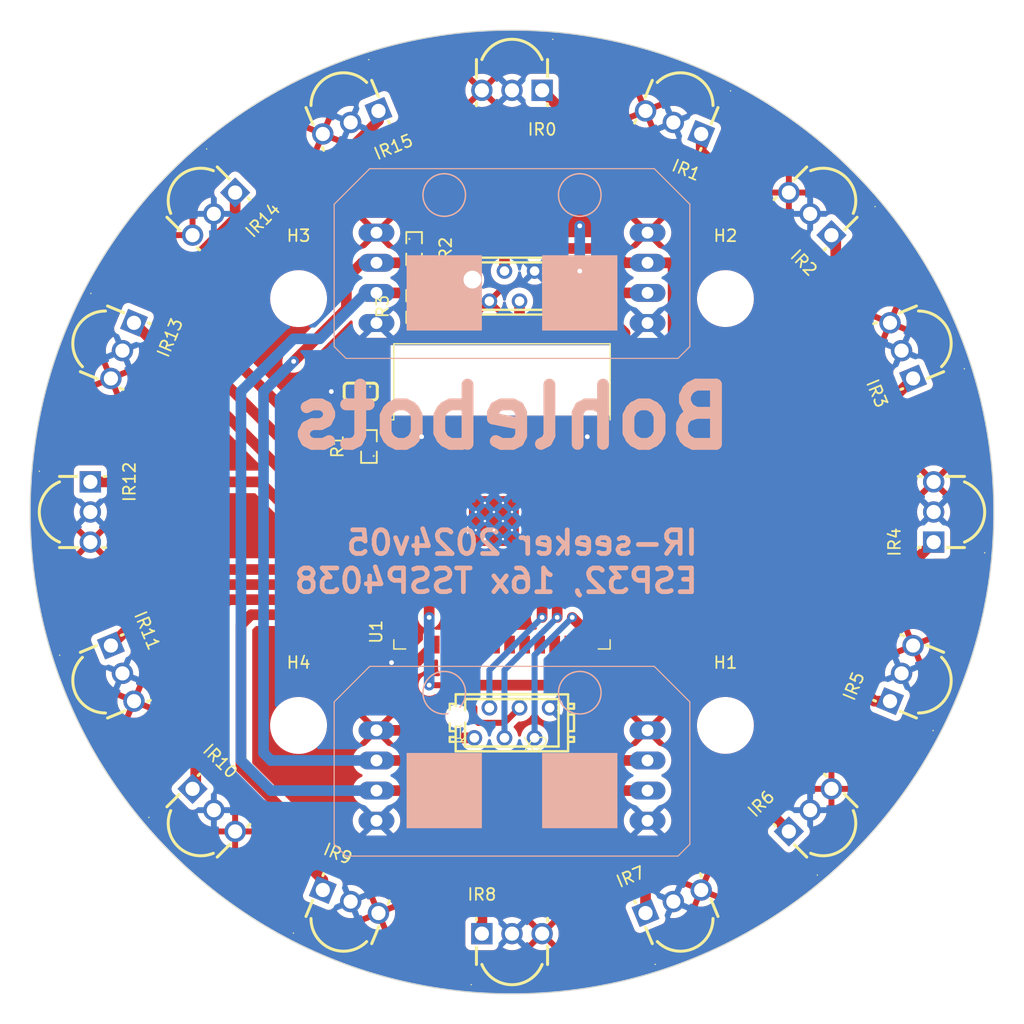
<source format=kicad_pcb>
(kicad_pcb (version 20221018) (generator pcbnew)
  (layers (0 "F.Cu" signal) (31 "B.Cu" signal) (34 "B.Paste" user) (35 "F.Paste" user) (36 "B.SilkS" user "B.Silkscreen") (37 "F.SilkS" user "F.Silkscreen") (38 "B.Mask" user) (39 "F.Mask" user) (44 "Edge.Cuts" user))
  (net 0 "")
  (net 13 "D1")
  (net 14 "GND")
  (net 15 "+3.3V")
  (net 16 "D2")
  (net 17 "D3")
  (net 18 "D4")
  (net 19 "D9")
  (net 20 "D10")
  (net 21 "D11")
  (net 22 "D12")
  (net 23 "D13")
  (net 24 "D14")
  (net 25 "D15")
  (net 26 "D16")
  (net 27 "D5")
  (net 28 "D6")
  (net 29 "D7")
  (net 30 "D8")
  (net 31 "EN")
  (net 32 "Boot")
  (net 33 "Data")
  (net 34 "RX")
  (net 35 "TX")
  (net 36 "Clock")
  (footprint "BohleBots:SENSOR-TH_TSSP40X_verschoben" (layer "F.Cu") (at 125.459232 124.948666 -45)
    (fp_text reference "IR10" (at 0 -3.299975 -45) (layer "F.SilkS"))
    (fp_text value "TSSP4038")
    (pad "1" thru_hole rect (at -0.000005 0 315) (size 1.8 1.8) (drill 1.199898) (layers "*.Cu" "*.Mask") (net 25 "D15"))
    (pad "2" thru_hole circle (at 2.54 0 315) (size 1.8 1.8) (drill 1.199898) (layers "*.Cu" "*.Mask") (net 14 "GND"))
    (pad "3" thru_hole circle (at 5.080005 0 315) (size 1.8 1.8) (drill 1.199898) (layers "*.Cu" "*.Mask") (net 15 "+3.3V"))
  )
  (footprint "BohleBots:SENSOR-TH_TSSP40X_verschoben" (layer "F.Cu") (at 120.51886 85.645123 -112.5)
    (fp_text reference "IR13" (at 0 -3.299975 -112.5) (layer "F.SilkS"))
    (fp_text value "TSSP4038")
    (pad "1" thru_hole rect (at -0.000005 0 247.5) (size 1.8 1.8) (drill 1.199898) (layers "*.Cu" "*.Mask") (net 28 "D6"))
    (pad "2" thru_hole circle (at 2.54 0 247.5) (size 1.8 1.8) (drill 1.199898) (layers "*.Cu" "*.Mask") (net 14 "GND"))
    (pad "3" thru_hole circle (at 5.080005 0 247.5) (size 1.8 1.8) (drill 1.199898) (layers "*.Cu" "*.Mask") (net 15 "+3.3V"))
  )
  (footprint "BohleBots:SENSOR-TH_TSSP40X_verschoben" (layer "F.Cu") (at 129.051334 74.659232 -135)
    (fp_text reference "IR14" (at 0 -3.299975 -135) (layer "F.SilkS"))
    (fp_text value "TSSP4038")
    (pad "1" thru_hole rect (at -0.000005 0 225) (size 1.8 1.8) (drill 1.199898) (layers "*.Cu" "*.Mask") (net 29 "D7"))
    (pad "2" thru_hole circle (at 2.54 0 225) (size 1.8 1.8) (drill 1.199898) (layers "*.Cu" "*.Mask") (net 14 "GND"))
    (pad "3" thru_hole circle (at 5.080005 0 225) (size 1.8 1.8) (drill 1.199898) (layers "*.Cu" "*.Mask") (net 15 "+3.3V"))
  )
  (footprint "BohleBots:SENSOR-TH_TSSP40X_verschoben" (layer "F.Cu") (at 175.748666 128.540768 45)
    (fp_text reference "IR6" (at 0 -3.299975 45) (layer "F.SilkS"))
    (fp_text value "TSSP4038")
    (pad "1" thru_hole rect (at -0.000005 0 45) (size 1.8 1.8) (drill 1.199898) (layers "*.Cu" "*.Mask") (net 21 "D11"))
    (pad "2" thru_hole circle (at 2.54 0 45) (size 1.8 1.8) (drill 1.199898) (layers "*.Cu" "*.Mask") (net 14 "GND"))
    (pad "3" thru_hole circle (at 5.080005 0 45) (size 1.8 1.8) (drill 1.199898) (layers "*.Cu" "*.Mask") (net 15 "+3.3V"))
  )
  (footprint "BohleBots:MountingHole_4.3mm_M4" (layer "F.Cu") (at 170.4 83.6)
    (fp_text reference "H2" (at 0 -5.3) (layer "F.SilkS"))
    (fp_text value "MountingHole")
    (pad "" np_thru_hole circle (at 0 0) (size 4.3 4.3) (drill 4.3) (layers "*.Cu" "*.Mask"))
  )
  (footprint "BohleBots:SENSOR-TH_TSSP40X_verschoben" (layer "F.Cu") (at 141.138431 67.774828 -157.5)
    (fp_text reference "IR15" (at 0 -3.299975 -157.5) (layer "F.SilkS"))
    (fp_text value "TSSP4038")
    (pad "1" thru_hole rect (at -0.000005 0 202.5) (size 1.8 1.8) (drill 1.199898) (layers "*.Cu" "*.Mask") (net 30 "D8"))
    (pad "2" thru_hole circle (at 2.54 0 202.5) (size 1.8 1.8) (drill 1.199898) (layers "*.Cu" "*.Mask") (net 14 "GND"))
    (pad "3" thru_hole circle (at 5.080005 0 202.5) (size 1.8 1.8) (drill 1.199898) (layers "*.Cu" "*.Mask") (net 15 "+3.3V"))
  )
  (footprint "BohleBots:MICROMATCH-4" (layer "F.Cu") (at 153.035 81.28 180)
    (fp_text reference "X1" hide)
    (fp_text value "MICROMATCH-4" hide)
    (pad "" np_thru_hole circle (at 3.975 -0.72 180) (size 1.5 1.5) (drill 1.5) (layers "*.Cu" "*.Mask"))
    (pad "1" thru_hole circle (at 2.54 -2.54 180) (size 1.308 1.308) (drill 0.8) (layers "*.Cu" "*.Mask") (net 15 "+3.3V"))
    (pad "2" thru_hole circle (at 1.27 0 180) (size 1.308 1.308) (drill 0.8) (layers "*.Cu" "*.Mask") (net 33 "Data"))
    (pad "3" thru_hole circle (at 0 -2.54 180) (size 1.308 1.308) (drill 0.8) (layers "*.Cu" "*.Mask") (net 36 "Clock"))
    (pad "4" thru_hole circle (at -1.27 0 180) (size 1.308 1.308) (drill 0.8) (layers "*.Cu" "*.Mask") (net 14 "GND"))
  )
  (footprint "BohleBots:R0603" (layer "F.Cu") (at 144.145 79.375 -90)
    (fp_text reference "R2" (at 0 -2.660605 90) (layer "F.SilkS"))
    (fp_text value "10k")
    (pad "1" smd rect (at -0.753366 0 270) (size 0.806477 0.864008) (layers "F.Cu" "F.Paste" "F.Mask") (net 15 "+3.3V"))
    (pad "2" smd rect (at 0.753366 0 270) (size 0.806477 0.864008) (layers "F.Cu" "F.Paste" "F.Mask") (net 33 "Data"))
  )
  (footprint "BohleBots:MountingHole_4.3mm_M4" (layer "F.Cu") (at 134.4 83.6)
    (fp_text reference "H3" (at 0 -5.3) (layer "F.SilkS"))
    (fp_text value "MountingHole")
    (pad "" np_thru_hole circle (at 0 0) (size 4.3 4.3) (drill 4.3) (layers "*.Cu" "*.Mask"))
  )
  (footprint "BohleBots:SENSOR-TH_TSSP40X_verschoben" (layer "F.Cu") (at 154.94 66.04 180)
    (fp_text reference "IR0" (at 0 -3.299975 180) (layer "F.SilkS"))
    (fp_text value "TSSP4038")
    (pad "1" thru_hole rect (at -0.000005 0 180) (size 1.8 1.8) (drill 1.199898) (layers "*.Cu" "*.Mask") (net 13 "D1"))
    (pad "2" thru_hole circle (at 2.54 0 180) (size 1.8 1.8) (drill 1.199898) (layers "*.Cu" "*.Mask") (net 14 "GND"))
    (pad "3" thru_hole circle (at 5.080005 0 180) (size 1.8 1.8) (drill 1.199898) (layers "*.Cu" "*.Mask") (net 15 "+3.3V"))
  )
  (footprint "BohleBots:SENSOR-TH_TSSP40X_verschoben" (layer "F.Cu") (at 116.84 99.06 -90)
    (fp_text reference "IR12" (at 0 -3.299975 -90) (layer "F.SilkS"))
    (fp_text value "TSSP4038")
    (pad "1" thru_hole rect (at -0.000005 0 270) (size 1.8 1.8) (drill 1.199898) (layers "*.Cu" "*.Mask") (net 27 "D5"))
    (pad "2" thru_hole circle (at 2.54 0 270) (size 1.8 1.8) (drill 1.199898) (layers "*.Cu" "*.Mask") (net 14 "GND"))
    (pad "3" thru_hole circle (at 5.080005 0 270) (size 1.8 1.8) (drill 1.199898) (layers "*.Cu" "*.Mask") (net 15 "+3.3V"))
  )
  (footprint "BohleBots:SENSOR-TH_TSSP40X_verschoben" (layer "F.Cu") (at 184.28114 117.554877 67.5)
    (fp_text reference "IR5" (at 0 -3.299975 67.5) (layer "F.SilkS"))
    (fp_text value "TSSP4038")
    (pad "1" thru_hole rect (at -0.000005 0 67.5) (size 1.8 1.8) (drill 1.199898) (layers "*.Cu" "*.Mask") (net 20 "D10"))
    (pad "2" thru_hole circle (at 2.54 0 67.5) (size 1.8 1.8) (drill 1.199898) (layers "*.Cu" "*.Mask") (net 14 "GND"))
    (pad "3" thru_hole circle (at 5.080005 0 67.5) (size 1.8 1.8) (drill 1.199898) (layers "*.Cu" "*.Mask") (net 15 "+3.3V"))
  )
  (footprint "BohleBots:SENSOR-TH_TSSP40X_verschoben" (layer "F.Cu") (at 187.96 104.14 90)
    (fp_text reference "IR4" (at 0 -3.299975 90) (layer "F.SilkS"))
    (fp_text value "TSSP4038")
    (pad "1" thru_hole rect (at -0.000005 0 90) (size 1.8 1.8) (drill 1.199898) (layers "*.Cu" "*.Mask") (net 19 "D9"))
    (pad "2" thru_hole circle (at 2.54 0 90) (size 1.8 1.8) (drill 1.199898) (layers "*.Cu" "*.Mask") (net 14 "GND"))
    (pad "3" thru_hole circle (at 5.080005 0 90) (size 1.8 1.8) (drill 1.199898) (layers "*.Cu" "*.Mask") (net 15 "+3.3V"))
  )
  (footprint "BohleBots:R0603" (layer "F.Cu") (at 140.335 96.075 90)
    (fp_text reference "R1" (at 0 -2.660605 90) (layer "F.SilkS"))
    (fp_text value "10k")
    (pad "1" smd rect (at -0.753366 0 90) (size 0.806477 0.864008) (layers "F.Cu" "F.Paste" "F.Mask") (net 31 "EN"))
    (pad "2" smd rect (at 0.753366 0 90) (size 0.806477 0.864008) (layers "F.Cu" "F.Paste" "F.Mask") (net 15 "+3.3V"))
  )
  (footprint "BohleBots:SENSOR-TH_TSSP40X_verschoben" (layer "F.Cu") (at 149.86 137.16)
    (fp_text reference "IR8" (at 0 -3.299975) (layer "F.SilkS"))
    (fp_text value "TSSP4038")
    (pad "1" thru_hole rect (at -0.000005 0) (size 1.8 1.8) (drill 1.199898) (layers "*.Cu" "*.Mask") (net 23 "D13"))
    (pad "2" thru_hole circle (at 2.54 0) (size 1.8 1.8) (drill 1.199898) (layers "*.Cu" "*.Mask") (net 14 "GND"))
    (pad "3" thru_hole circle (at 5.080005 0) (size 1.8 1.8) (drill 1.199898) (layers "*.Cu" "*.Mask") (net 15 "+3.3V"))
  )
  (footprint "BohleBots:MountingHole_4.3mm_M4" (layer "F.Cu") (at 134.4 119.6)
    (fp_text reference "H4" (at 0 -5.3) (layer "F.SilkS"))
    (fp_text value "MountingHole")
    (pad "" np_thru_hole circle (at 0 0) (size 4.3 4.3) (drill 4.3) (layers "*.Cu" "*.Mask"))
  )
  (footprint "BohleBots:ESP32-WROOM-32-small" (layer "F.Cu") (at 151.555 103.2725)
    (fp_text reference "U1" (at -10.61 8.43 90) (layer "F.SilkS"))
    (fp_text value "ESP32-WROOM-32")
    (pad "1" smd rect (at -8.75 -8.25) (size 1.5 0.9) (layers "F.Cu" "F.Paste" "F.Mask") (net 14 "GND"))
    (pad "2" smd rect (at -8.75 -6.98) (size 1.5 0.9) (layers "F.Cu" "F.Paste" "F.Mask") (net 15 "+3.3V"))
    (pad "3" smd rect (at -8.75 -5.71) (size 1.5 0.9) (layers "F.Cu" "F.Paste" "F.Mask") (net 31 "EN"))
    (pad "4" smd rect (at -8.75 -4.44) (size 1.5 0.9) (layers "F.Cu" "F.Paste" "F.Mask"))
    (pad "5" smd rect (at -8.75 -3.17) (size 1.5 0.9) (layers "F.Cu" "F.Paste" "F.Mask"))
    (pad "6" smd rect (at -8.75 -1.9) (size 1.5 0.9) (layers "F.Cu" "F.Paste" "F.Mask") (net 30 "D8"))
    (pad "7" smd rect (at -8.75 -0.63) (size 1.5 0.9) (layers "F.Cu" "F.Paste" "F.Mask") (net 29 "D7"))
    (pad "8" smd rect (at -8.75 0.64) (size 1.5 0.9) (layers "F.Cu" "F.Paste" "F.Mask") (net 28 "D6"))
    (pad "9" smd rect (at -8.75 1.91) (size 1.5 0.9) (layers "F.Cu" "F.Paste" "F.Mask") (net 27 "D5"))
    (pad "10" smd rect (at -8.75 3.18) (size 1.5 0.9) (layers "F.Cu" "F.Paste" "F.Mask") (net 26 "D16"))
    (pad "11" smd rect (at -8.75 4.45) (size 1.5 0.9) (layers "F.Cu" "F.Paste" "F.Mask") (net 25 "D15"))
    (pad "12" smd rect (at -8.75 5.72) (size 1.5 0.9) (layers "F.Cu" "F.Paste" "F.Mask") (net 24 "D14"))
    (pad "13" smd rect (at -8.75 6.99) (size 1.5 0.9) (layers "F.Cu" "F.Paste" "F.Mask") (net 23 "D13"))
    (pad "14" smd rect (at -8.75 8.26) (size 1.5 0.9) (layers "F.Cu" "F.Paste" "F.Mask"))
    (pad "15" smd rect (at -5.71 9.51 90) (size 1.5 0.9) (layers "F.Cu" "F.Paste" "F.Mask") (net 14 "GND"))
    (pad "16" smd rect (at -4.44 9.51 90) (size 1.5 0.9) (layers "F.Cu" "F.Paste" "F.Mask") (net 22 "D12"))
    (pad "17" smd rect (at -3.17 9.51 90) (size 1.5 0.9) (layers "F.Cu" "F.Paste" "F.Mask"))
    (pad "18" smd rect (at -1.9 9.51 90) (size 1.5 0.9) (layers "F.Cu" "F.Paste" "F.Mask"))
    (pad "19" smd rect (at -0.63 9.51 90) (size 1.5 0.9) (layers "F.Cu" "F.Paste" "F.Mask"))
    (pad "20" smd rect (at 0.64 9.51 90) (size 1.5 0.9) (layers "F.Cu" "F.Paste" "F.Mask"))
    (pad "21" smd rect (at 1.91 9.51 90) (size 1.5 0.9) (layers "F.Cu" "F.Paste" "F.Mask"))
    (pad "22" smd rect (at 3.18 9.51 90) (size 1.5 0.9) (layers "F.Cu" "F.Paste" "F.Mask"))
    (pad "23" smd rect (at 4.45 9.51 90) (size 1.5 0.9) (layers "F.Cu" "F.Paste" "F.Mask") (net 21 "D11"))
    (pad "24" smd rect (at 5.72 9.51 90) (size 1.5 0.9) (layers "F.Cu" "F.Paste" "F.Mask") (net 20 "D10"))
    (pad "25" smd rect (at 8.75 8.26) (size 1.5 0.9) (layers "F.Cu" "F.Paste" "F.Mask") (net 32 "Boot"))
    (pad "26" smd rect (at 8.75 6.99) (size 1.5 0.9) (layers "F.Cu" "F.Paste" "F.Mask") (net 19 "D9"))
    (pad "27" smd rect (at 8.75 5.72) (size 1.5 0.9) (layers "F.Cu" "F.Paste" "F.Mask"))
    (pad "28" smd rect (at 8.75 4.45) (size 1.5 0.9) (layers "F.Cu" "F.Paste" "F.Mask") (net 18 "D4"))
    (pad "29" smd rect (at 8.75 3.18) (size 1.5 0.9) (layers "F.Cu" "F.Paste" "F.Mask") (net 17 "D3"))
    (pad "30" smd rect (at 8.75 1.91) (size 1.5 0.9) (layers "F.Cu" "F.Paste" "F.Mask") (net 16 "D2"))
    (pad "31" smd rect (at 8.75 0.64) (size 1.5 0.9) (layers "F.Cu" "F.Paste" "F.Mask") (net 13 "D1"))
    (pad "32" smd rect (at 8.75 -0.63) (size 1.5 0.9) (layers "F.Cu" "F.Paste" "F.Mask"))
    (pad "33" smd rect (at 8.75 -1.9) (size 1.5 0.9) (layers "F.Cu" "F.Paste" "F.Mask") (net 33 "Data"))
    (pad "34" smd rect (at 8.75 -3.17) (size 1.5 0.9) (layers "F.Cu" "F.Paste" "F.Mask") (net 34 "RX"))
    (pad "35" smd rect (at 8.75 -4.44) (size 1.5 0.9) (layers "F.Cu" "F.Paste" "F.Mask") (net 35 "TX"))
    (pad "36" smd rect (at 8.75 -5.71) (size 1.5 0.9) (layers "F.Cu" "F.Paste" "F.Mask") (net 36 "Clock"))
    (pad "37" smd rect (at 8.75 -6.98) (size 1.5 0.9) (layers "F.Cu" "F.Paste" "F.Mask"))
    (pad "38" smd rect (at 8.75 -8.25) (size 1.5 0.9) (layers "F.Cu" "F.Paste" "F.Mask") (net 14 "GND"))
    (pad "39" smd rect (at -2.205 -2.435) (size 1.05 1.05) (layers "F.Cu" "F.Paste") (net 14 "GND"))
    (pad "39" thru_hole circle (at -2.205 -1.6725) (size 0.6 0.6) (drill 0.2) (property pad_prop_heatsink) (layers "*.Cu" "F.Mask") (net 14 "GND"))
    (pad "39" smd rect (at -2.205 -0.91) (size 1.05 1.05) (layers "F.Cu" "F.Paste") (net 14 "GND"))
    (pad "39" thru_hole circle (at -2.205 -0.1475) (size 0.6 0.6) (drill 0.2) (property pad_prop_heatsink) (layers "*.Cu" "F.Mask") (net 14 "GND"))
    (pad "39" smd rect (at -2.205 0.615) (size 1.05 1.05) (layers "F.Cu" "F.Paste") (net 14 "GND"))
    (pad "39" thru_hole circle (at -1.4425 -2.435) (size 0.6 0.6) (drill 0.2) (property pad_prop_heatsink) (layers "*.Cu" "F.Mask") (net 14 "GND"))
    (pad "39" thru_hole circle (at -1.4425 -0.91) (size 0.6 0.6) (drill 0.2) (property pad_prop_heatsink) (layers "*.Cu" "F.Mask") (net 14 "GND"))
    (pad "39" thru_hole circle (at -1.4425 0.615) (size 0.6 0.6) (drill 0.2) (property pad_prop_heatsink) (layers "*.Cu" "F.Mask") (net 14 "GND"))
    (pad "39" smd rect (at -0.68 -2.435) (size 1.05 1.05) (layers "F.Cu" "F.Paste") (net 14 "GND"))
    (pad "39" thru_hole circle (at -0.68 -1.6725) (size 0.6 0.6) (drill 0.2) (property pad_prop_heatsink) (layers "*.Cu" "F.Mask") (net 14 "GND"))
    (pad "39" smd rect (at -0.68 -0.91) (size 1.05 1.05) (layers "F.Cu" "F.Paste") (net 14 "GND"))
    (pad "39" smd rect (at -0.68 -0.91) (size 4.2 4.2) (layers "F.Cu" "F.Mask") (net 14 "GND"))
    (pad "39" thru_hole circle (at -0.68 -0.1475) (size 0.6 0.6) (drill 0.2) (property pad_prop_heatsink) (layers "*.Cu" "F.Mask") (net 14 "GND"))
    (pad "39" smd rect (at -0.68 0.615) (size 1.05 1.05) (layers "F.Cu" "F.Paste") (net 14 "GND"))
    (pad "39" thru_hole circle (at 0.0825 -2.435) (size 0.6 0.6) (drill 0.2) (property pad_prop_heatsink) (layers "*.Cu" "F.Mask") (net 14 "GND"))
    (pad "39" thru_hole circle (at 0.0825 -0.91) (size 0.6 0.6) (drill 0.2) (property pad_prop_heatsink) (layers "*.Cu" "F.Mask") (net 14 "GND"))
    (pad "39" thru_hole circle (at 0.0825 0.615) (size 0.6 0.6) (drill 0.2) (property pad_prop_heatsink) (layers "*.Cu" "F.Mask") (net 14 "GND"))
    (pad "39" smd rect (at 0.845 -2.435) (size 1.05 1.05) (layers "F.Cu" "F.Paste") (net 14 "GND"))
    (pad "39" thru_hole circle (at 0.845 -1.6725) (size 0.6 0.6) (drill 0.2) (property pad_prop_heatsink) (layers "*.Cu" "F.Mask") (net 14 "GND"))
    (pad "39" smd rect (at 0.845 -0.91) (size 1.05 1.05) (layers "F.Cu" "F.Paste") (net 14 "GND"))
    (pad "39" thru_hole circle (at 0.845 -0.1475) (size 0.6 0.6) (drill 0.2) (property pad_prop_heatsink) (layers "*.Cu" "F.Mask") (net 14 "GND"))
    (pad "39" smd rect (at 0.845 0.615) (size 1.05 1.05) (layers "F.Cu" "F.Paste") (net 14 "GND"))
    (zone (net 0) (net_name "") (layers "F.Cu" "In1.Cu" "B.Cu") (connect_pads (clearance 0)) (min_thickness 0.254)
      (keepout (tracks not_allowed) (vias not_allowed) (pads not_allowed) (copperpour not_allowed) (footprints not_allowed))
      (fill (thermal_gap 0.508) (thermal_bridge_width 0.508))
      (polygon (pts (xy 142.157 93.4725) (xy 160.699 93.4725) (xy 160.699 87.5245) (xy 142.157 87.5245)))
    )
  )
  (footprint "BohleBots:SENSOR-TH_TSSP40X_verschoben" (layer "F.Cu") (at 186.225172 90.338431 112.5)
    (fp_text reference "IR3" (at 0 -3.299975 112.5) (layer "F.SilkS"))
    (fp_text value "TSSP4038")
    (pad "1" thru_hole rect (at -0.000005 0 112.5) (size 1.8 1.8) (drill 1.199898) (layers "*.Cu" "*.Mask") (net 18 "D4"))
    (pad "2" thru_hole circle (at 2.54 0 112.5) (size 1.8 1.8) (drill 1.199898) (layers "*.Cu" "*.Mask") (net 14 "GND"))
    (pad "3" thru_hole circle (at 5.080005 0 112.5) (size 1.8 1.8) (drill 1.199898) (layers "*.Cu" "*.Mask") (net 15 "+3.3V"))
  )
  (footprint "BohleBots:MICROMATCH-6" (layer "F.Cu") (at 152.4 119.38 180)
    (fp_text reference "X2" (at -3.175 -2.54) (layer "F.SilkS") (effects (font (size 1.1684 1.1684) (thickness 0.1016)) (justify right bottom)))
    (fp_text value "MICROMATCH-6")
    (pad "" np_thru_hole circle (at 4.63 0.55 180) (size 1.5 1.5) (drill 1.5) (layers "*.Cu" "*.Mask"))
    (pad "1" thru_hole circle (at 3.175 -1.27 180) (size 1.3208 1.3208) (drill 0.8128) (layers "*.Cu" "*.Mask") (net 15 "+3.3V"))
    (pad "2" thru_hole circle (at 1.905 1.27 180) (size 1.3208 1.3208) (drill 0.8128) (layers "*.Cu" "*.Mask") (net 35 "TX"))
    (pad "3" thru_hole circle (at 0.635 -1.27 180) (size 1.3208 1.3208) (drill 0.8128) (layers "*.Cu" "*.Mask") (net 34 "RX"))
    (pad "4" thru_hole circle (at -0.635 1.27 180) (size 1.3208 1.3208) (drill 0.8128) (layers "*.Cu" "*.Mask") (net 31 "EN"))
    (pad "5" thru_hole circle (at -1.905 -1.27 180) (size 1.3208 1.3208) (drill 0.8128) (layers "*.Cu" "*.Mask") (net 32 "Boot"))
    (pad "6" thru_hole circle (at -3.175 1.27 180) (size 1.3208 1.3208) (drill 0.8128) (layers "*.Cu" "*.Mask") (net 14 "GND"))
  )
  (footprint "BohleBots:SENSOR-TH_TSSP40X_verschoben" (layer "F.Cu") (at 163.661569 135.425172 22.5)
    (fp_text reference "IR7" (at 0 -3.299975 22.5) (layer "F.SilkS"))
    (fp_text value "TSSP4038")
    (pad "1" thru_hole rect (at -0.000005 0 22.5) (size 1.8 1.8) (drill 1.199898) (layers "*.Cu" "*.Mask") (net 22 "D12"))
    (pad "2" thru_hole circle (at 2.54 0 22.5) (size 1.8 1.8) (drill 1.199898) (layers "*.Cu" "*.Mask") (net 14 "GND"))
    (pad "3" thru_hole circle (at 5.080005 0 22.5) (size 1.8 1.8) (drill 1.199898) (layers "*.Cu" "*.Mask") (net 15 "+3.3V"))
  )
  (footprint "BohleBots:SENSOR-TH_TSSP40X_verschoben" (layer "F.Cu") (at 136.445123 133.48114 -22.5)
    (fp_text reference "IR9" (at 0 -3.299975 -22.5) (layer "F.SilkS"))
    (fp_text value "TSSP4038")
    (pad "1" thru_hole rect (at -0.000005 0 337.5) (size 1.8 1.8) (drill 1.199898) (layers "*.Cu" "*.Mask") (net 24 "D14"))
    (pad "2" thru_hole circle (at 2.54 0 337.5) (size 1.8 1.8) (drill 1.199898) (layers "*.Cu" "*.Mask") (net 14 "GND"))
    (pad "3" thru_hole circle (at 5.080005 0 337.5) (size 1.8 1.8) (drill 1.199898) (layers "*.Cu" "*.Mask") (net 15 "+3.3V"))
  )
  (footprint "BohleBots:C0603" (layer "F.Cu") (at 139.634975 91.44 180)
    (fp_text reference "C2" hide)
    (fp_text value "SMD-1uF")
    (pad "1" smd rect (at -0.700025 0 180) (size 0.8 0.9) (layers "F.Cu" "F.Paste" "F.Mask") (net 15 "+3.3V"))
    (pad "2" smd rect (at 0.700025 0 180) (size 0.8 0.9) (layers "F.Cu" "F.Paste" "F.Mask") (net 14 "GND"))
  )
  (footprint "BohleBots:SENSOR-TH_TSSP40X_verschoben" (layer "F.Cu") (at 179.340768 78.251334 135)
    (fp_text reference "IR2" (at 0 -3.299975 135) (layer "F.SilkS"))
    (fp_text value "TSSP4038")
    (pad "1" thru_hole rect (at -0.000005 0 135) (size 1.8 1.8) (drill 1.199898) (layers "*.Cu" "*.Mask") (net 17 "D3"))
    (pad "2" thru_hole circle (at 2.54 0 135) (size 1.8 1.8) (drill 1.199898) (layers "*.Cu" "*.Mask") (net 14 "GND"))
    (pad "3" thru_hole circle (at 5.080005 0 135) (size 1.8 1.8) (drill 1.199898) (layers "*.Cu" "*.Mask") (net 15 "+3.3V"))
  )
  (footprint "BohleBots:SENSOR-TH_TSSP40X_verschoben" (layer "F.Cu") (at 118.574828 112.861569 -67.5)
    (fp_text reference "IR11" (at 0 -3.299975 -67.5) (layer "F.SilkS"))
    (fp_text value "TSSP4038")
    (pad "1" thru_hole rect (at -0.000005 0 292.5) (size 1.8 1.8) (drill 1.199898) (layers "*.Cu" "*.Mask") (net 26 "D16"))
    (pad "2" thru_hole circle (at 2.54 0 292.5) (size 1.8 1.8) (drill 1.199898) (layers "*.Cu" "*.Mask") (net 14 "GND"))
    (pad "3" thru_hole circle (at 5.080005 0 292.5) (size 1.8 1.8) (drill 1.199898) (layers "*.Cu" "*.Mask") (net 15 "+3.3V"))
  )
  (footprint "BohleBots:SENSOR-TH_TSSP40X_verschoben" (layer "F.Cu") (at 168.354877 69.71886 157.5)
    (fp_text reference "IR1" (at 0 -3.299975 157.5) (layer "F.SilkS"))
    (fp_text value "TSSP4038")
    (pad "1" thru_hole rect (at -0.000005 0 157.5) (size 1.8 1.8) (drill 1.199898) (layers "*.Cu" "*.Mask") (net 16 "D2"))
    (pad "2" thru_hole circle (at 2.54 0 157.5) (size 1.8 1.8) (drill 1.199898) (layers "*.Cu" "*.Mask") (net 14 "GND"))
    (pad "3" thru_hole circle (at 5.080005 0 157.5) (size 1.8 1.8) (drill 1.199898) (layers "*.Cu" "*.Mask") (net 15 "+3.3V"))
  )
  (footprint "BohleBots:R0603" (layer "F.Cu") (at 144.145 84.265 90)
    (fp_text reference "R3" (at 0 -2.660605 90) (layer "F.SilkS"))
    (fp_text value "10k")
    (pad "1" smd rect (at -0.753366 0 90) (size 0.806477 0.864008) (layers "F.Cu" "F.Paste" "F.Mask") (net 15 "+3.3V"))
    (pad "2" smd rect (at 0.753366 0 90) (size 0.806477 0.864008) (layers "F.Cu" "F.Paste" "F.Mask") (net 36 "Clock"))
  )
  (footprint "BohleBots:MountingHole_4.3mm_M4" (layer "F.Cu") (at 170.4 119.6)
    (fp_text reference "H1" (at 0 -5.3) (layer "F.SilkS"))
    (fp_text value "MountingHole")
    (pad "" np_thru_hole circle (at 0 0) (size 4.3 4.3) (drill 4.3) (layers "*.Cu" "*.Mask"))
  )
  (footprint "BohleBots:TASTER_LED" (layer "B.Cu") (at 152.4 78.677 180)
    (fp_text reference "Taster_LED2" hide)
    (fp_text value "~" hide)
    (pad "1" thru_hole oval (at -11.43 0.635 180) (size 3.016 1.508) (drill 1) (layers "*.Cu" "*.Mask") (net 15 "+3.3V"))
    (pad "2" thru_hole oval (at -11.43 -1.905 180) (size 3.016 1.508) (drill 1) (layers "*.Cu" "*.Mask") (net 33 "Data"))
    (pad "3" thru_hole oval (at -11.43 -4.445 180) (size 3.016 1.508) (drill 1) (layers "*.Cu" "*.Mask") (net 36 "Clock"))
    (pad "4" thru_hole oval (at -11.43 -6.985 180) (size 3.016 1.508) (drill 1) (layers "*.Cu" "*.Mask") (net 14 "GND"))
    (pad "5" thru_hole oval (at 11.43 -6.985 180) (size 3.016 1.508) (drill 1) (layers "*.Cu" "*.Mask") (net 14 "GND"))
    (pad "6" thru_hole oval (at 11.43 -4.445 180) (size 3.016 1.508) (drill 1) (layers "*.Cu" "*.Mask") (net 36 "Clock"))
    (pad "7" thru_hole oval (at 11.43 -1.905 180) (size 3.016 1.508) (drill 1) (layers "*.Cu" "*.Mask") (net 33 "Data"))
    (pad "8" thru_hole oval (at 11.43 0.635 180) (size 3.016 1.508) (drill 1) (layers "*.Cu" "*.Mask") (net 15 "+3.3V"))
  )
  (footprint "BohleBots:TASTER_LED" (layer "B.Cu") (at 152.4 120.65 180)
    (fp_text reference "Taster_LED1" hide)
    (fp_text value "~" hide)
    (pad "1" thru_hole oval (at -11.43 0.635 180) (size 3.016 1.508) (drill 1) (layers "*.Cu" "*.Mask") (net 15 "+3.3V"))
    (pad "2" thru_hole oval (at -11.43 -1.905 180) (size 3.016 1.508) (drill 1) (layers "*.Cu" "*.Mask") (net 33 "Data"))
    (pad "3" thru_hole oval (at -11.43 -4.445 180) (size 3.016 1.508) (drill 1) (layers "*.Cu" "*.Mask") (net 36 "Clock"))
    (pad "4" thru_hole oval (at -11.43 -6.985 180) (size 3.016 1.508) (drill 1) (layers "*.Cu" "*.Mask") (net 14 "GND"))
    (pad "5" thru_hole oval (at 11.43 -6.985 180) (size 3.016 1.508) (drill 1) (layers "*.Cu" "*.Mask") (net 14 "GND"))
    (pad "6" thru_hole oval (at 11.43 -4.445 180) (size 3.016 1.508) (drill 1) (layers "*.Cu" "*.Mask") (net 36 "Clock"))
    (pad "7" thru_hole oval (at 11.43 -1.905 180) (size 3.016 1.508) (drill 1) (layers "*.Cu" "*.Mask") (net 33 "Data"))
    (pad "8" thru_hole oval (at 11.43 0.635 180) (size 3.016 1.508) (drill 1) (layers "*.Cu" "*.Mask") (net 15 "+3.3V"))
  )
  (gr_circle (center 152.4 101.6) (end 193.04 101.6) (stroke (width 0.1)) (fill none) (layer "Edge.Cuts"))
  (gr_text "IR-seeker 2024v05\nESP32, 16x TSSP4038" (at 168.275 108.585) (layer "B.SilkS") (effects (font (size 2 2) (thickness 0.4) bold) (justify left bottom mirror)))
  (gr_text "Bohlebots" (at 171.45 96.52) (layer "B.SilkS") (effects (font (size 5 5) (thickness 1) bold) (justify left bottom mirror)))
  (segment (start 161.955 103.9125) (end 160.305 103.9125) (width 0.9) (layer "F.Cu") (net 13))
  (segment (start 161.29 72.39) (end 167.005 72.39) (width 0.9) (layer "F.Cu") (net 13))
  (segment (start 167.005 72.39) (end 176.53 81.915) (width 0.9) (layer "F.Cu") (net 13))
  (segment (start 176.53 81.915) (end 176.53 89.3375) (width 0.9) (layer "F.Cu") (net 13))
  (segment (start 154.94 66.04) (end 161.29 72.39) (width 0.9) (layer "F.Cu") (net 13))
  (segment (start 176.53 89.3375) (end 161.955 103.9125) (width 0.9) (layer "F.Cu") (net 13))
  (segment (start 145.845 112.7825) (end 144.3275 114.3) (width 0.9) (layer "F.Cu") (net 14))
  (segment (start 142.805 95.0225) (end 144.5525 95.0225) (width 0.9) (layer "F.Cu") (net 14))
  (segment (start 138.93495 91.44) (end 137.16 91.44) (width 0.9) (layer "F.Cu") (net 14))
  (segment (start 158.75 95.25) (end 158.9775 95.0225) (width 0.9) (layer "F.Cu") (net 14))
  (segment (start 144.3275 114.3) (end 142.24 114.3) (width 0.9) (layer "F.Cu") (net 14))
  (segment (start 144.5525 95.0225) (end 144.78 95.25) (width 0.9) (layer "F.Cu") (net 14))
  (segment (start 158.9775 95.0225) (end 160.305 95.0225) (width 0.9) (layer "F.Cu") (net 14))
  (via (at 158.75 95.25) (size 0.8) (drill 0.4) (layers "F.Cu" "B.Cu") (net 14))
  (via (at 142.24 114.3) (size 0.8) (drill 0.4) (layers "F.Cu" "B.Cu") (net 14))
  (via (at 144.78 95.25) (size 0.8) (drill 0.4) (layers "F.Cu" "B.Cu") (net 14))
  (via (at 137.16 91.44) (size 0.8) (drill 0.4) (layers "F.Cu" "B.Cu") (net 14))
  (segment (start 146.05 120.65) (end 145.415 120.015) (width 0.9) (layer "F.Cu") (net 15))
  (segment (start 145.415 120.015) (end 140.97 120.015) (width 0.9) (layer "F.Cu") (net 15))
  (segment (start 142.805 96.2925) (end 141.575 96.2925) (width 0.9) (layer "F.Cu") (net 15))
  (segment (start 140.5325 95.25) (end 140.335 95.25) (width 0.9) (layer "F.Cu") (net 15))
  (segment (start 141.575 96.2925) (end 140.5325 95.25) (width 0.9) (layer "F.Cu") (net 15))
  (segment (start 149.225 120.65) (end 146.05 120.65) (width 0.9) (layer "F.Cu") (net 15))
  (via (at 158.115 81.28) (size 0.8) (drill 0.4) (layers "F.Cu" "B.Cu") (net 15))
  (via (at 158.115 77.47) (size 0.8) (drill 0.4) (layers "F.Cu" "B.Cu") (net 15))
  (segment (start 158.115 81.28) (end 158.115 77.47) (width 0.9) (layer "B.Cu") (net 15))
  (segment (start 168.354877 71.199877) (end 168.354877 69.71886) (width 0.9) (layer "F.Cu") (net 16))
  (segment (start 162.593268 105.1825) (end 178.240768 89.535) (width 0.9) (layer "F.Cu") (net 16))
  (segment (start 160.305 105.1825) (end 162.593268 105.1825) (width 0.9) (layer "F.Cu") (net 16))
  (segment (start 178.240768 89.535) (end 178.240768 81.085768) (width 0.9) (layer "F.Cu") (net 16))
  (segment (start 178.240768 81.085768) (end 168.354877 71.199877) (width 0.9) (layer "F.Cu") (net 16))
  (segment (start 179.705 78.615566) (end 179.705 92.075) (width 0.9) (layer "F.Cu") (net 17))
  (segment (start 179.705 92.075) (end 165.3275 106.4525) (width 0.9) (layer "F.Cu") (net 17))
  (segment (start 179.340768 78.251334) (end 179.705 78.615566) (width 0.9) (layer "F.Cu") (net 17))
  (segment (start 165.3275 106.4525) (end 160.305 106.4525) (width 0.9) (layer "F.Cu") (net 17))
  (segment (start 160.305 107.7225) (end 168.841103 107.7225) (width 0.9) (layer "F.Cu") (net 18))
  (segment (start 168.841103 107.7225) (end 186.225172 90.338431) (width 0.9) (layer "F.Cu") (net 18))
  (segment (start 181.8375 110.2625) (end 187.96 104.14) (width 0.9) (layer "F.Cu") (net 19))
  (segment (start 160.305 110.2625) (end 181.8375 110.2625) (width 0.9) (layer "F.Cu") (net 19))
  (segment (start 182.245 113.03) (end 182.245 116.84) (width 0.9) (layer "F.Cu") (net 20))
  (segment (start 162.8075 112.7825) (end 163.83 111.76) (width 0.9) (layer "F.Cu") (net 20))
  (segment (start 180.975 111.76) (end 182.245 113.03) (width 0.9) (layer "F.Cu") (net 20))
  (segment (start 157.275 112.7825) (end 162.8075 112.7825) (width 0.9) (layer "F.Cu") (net 20))
  (segment (start 163.83 111.76) (end 180.975 111.76) (width 0.9) (layer "F.Cu") (net 20))
  (segment (start 182.959877 117.554877) (end 184.28114 117.554877) (width 0.9) (layer "F.Cu") (net 20))
  (segment (start 182.245 116.84) (end 182.959877 117.554877) (width 0.9) (layer "F.Cu") (net 20))
  (segment (start 156.2925 114.3) (end 163.83 114.3) (width 0.9) (layer "F.Cu") (net 21))
  (segment (start 180.34 120.65) (end 174.625 126.365) (width 0.9) (layer "F.Cu") (net 21))
  (segment (start 180.34 113.665) (end 180.34 120.65) (width 0.9) (layer "F.Cu") (net 21))
  (segment (start 174.625 126.365) (end 174.625 127.417102) (width 0.9) (layer "F.Cu") (net 21))
  (segment (start 179.705 113.03) (end 180.34 113.665) (width 0.9) (layer "F.Cu") (net 21))
  (segment (start 156.005 114.0125) (end 156.2925 114.3) (width 0.9) (layer "F.Cu") (net 21))
  (segment (start 165.1 113.03) (end 179.705 113.03) (width 0.9) (layer "F.Cu") (net 21))
  (segment (start 174.625 127.417102) (end 175.748666 128.540768) (width 0.9) (layer "F.Cu") (net 21))
  (segment (start 156.005 112.7825) (end 156.005 114.0125) (width 0.9) (layer "F.Cu") (net 21))
  (segment (start 163.83 114.3) (end 165.1 113.03) (width 0.9) (layer "F.Cu") (net 21))
  (segment (start 179.07 116.205) (end 179.07 120.015) (width 0.9) (layer "F.Cu") (net 22))
  (segment (start 177.8 114.935) (end 179.07 116.205) (width 0.9) (layer "F.Cu") (net 22))
  (segment (start 165.1 116.205) (end 166.37 114.935) (width 0.9) (layer "F.Cu") (net 22))
  (segment (start 163.661569 132.248431) (end 163.661569 135.425172) (width 0.9) (layer "F.Cu") (net 22))
  (segment (start 148.59 116.205) (end 165.1 116.205) (width 0.9) (layer "F.Cu") (net 22))
  (segment (start 166.37 114.935) (end 177.8 114.935) (width 0.9) (layer "F.Cu") (net 22))
  (segment (start 179.07 120.015) (end 168.275 130.81) (width 0.9) (layer "F.Cu") (net 22))
  (segment (start 147.115 114.73) (end 148.59 116.205) (width 0.9) (layer "F.Cu") (net 22))
  (segment (start 168.275 130.81) (end 165.1 130.81) (width 0.9) (layer "F.Cu") (net 22))
  (segment (start 147.115 112.7825) (end 147.115 114.73) (width 0.9) (layer "F.Cu") (net 22))
  (segment (start 165.1 130.81) (end 163.661569 132.248431) (width 0.9) (layer "F.Cu") (net 22))
  (segment (start 137.795 131.445) (end 147.955 131.445) (width 0.9) (layer "F.Cu") (net 23))
  (segment (start 142.805 110.2625) (end 130.4025 110.2625) (width 0.9) (layer "F.Cu") (net 23))
  (segment (start 129.54 123.19) (end 137.795 131.445) (width 0.9) (layer "F.Cu") (net 23))
  (segment (start 130.4025 110.2625) (end 129.54 111.125) (width 0.9) (layer "F.Cu") (net 23))
  (segment (start 129.54 111.125) (end 129.54 123.19) (width 0.9) (layer "F.Cu") (net 23))
  (segment (start 147.955 131.445) (end 149.86 133.35) (width 0.9) (layer "F.Cu") (net 23))
  (segment (start 149.86 133.35) (end 149.86 137.16) (width 0.9) (layer "F.Cu") (net 23))
  (segment (start 128.4975 108.9925) (end 127.635 109.855) (width 0.9) (layer "F.Cu") (net 24))
  (segment (start 127.635 123.825) (end 136.445123 132.635123) (width 0.9) (layer "F.Cu") (net 24))
  (segment (start 136.445123 132.635123) (end 136.445123 133.48114) (width 0.9) (layer "F.Cu") (net 24))
  (segment (start 127.635 109.855) (end 127.635 123.825) (width 0.9) (layer "F.Cu") (net 24))
  (segment (start 142.805 108.9925) (end 128.4975 108.9925) (width 0.9) (layer "F.Cu") (net 24))
  (segment (start 142.805 107.7225) (end 126.5925 107.7225) (width 0.9) (layer "F.Cu") (net 25))
  (segment (start 125.73 124.677898) (end 125.459232 124.948666) (width 0.9) (layer "F.Cu") (net 25))
  (segment (start 126.5925 107.7225) (end 125.73 108.585) (width 0.9) (layer "F.Cu") (net 25))
  (segment (start 125.73 108.585) (end 125.73 124.677898) (width 0.9) (layer "F.Cu") (net 25))
  (segment (start 124.983897 106.4525) (end 118.574828 112.861569) (width 0.9) (layer "F.Cu") (net 26))
  (segment (start 142.805 106.4525) (end 124.983897 106.4525) (width 0.9) (layer "F.Cu") (net 26))
  (segment (start 131.1275 99.06) (end 116.84 99.06) (width 0.9) (layer "F.Cu") (net 27))
  (segment (start 142.805 105.1825) (end 137.25 105.1825) (width 0.9) (layer "F.Cu") (net 27))
  (segment (start 137.25 105.1825) (end 131.1275 99.06) (width 0.9) (layer "F.Cu") (net 27))
  (segment (start 142.805 103.9125) (end 138.786237 103.9125) (width 0.9) (layer "F.Cu") (net 28))
  (segment (start 138.786237 103.9125) (end 120.51886 85.645123) (width 0.9) (layer "F.Cu") (net 28))
  (segment (start 126.365 79.537598) (end 129.051334 76.851264) (width 0.9) (layer "F.Cu") (net 29))
  (segment (start 140.1075 102.6425) (end 126.365 88.9) (width 0.9) (layer "F.Cu") (net 29))
  (segment (start 126.365 88.9) (end 126.365 79.537598) (width 0.9) (layer "F.Cu") (net 29))
  (segment (start 129.051334 76.851264) (end 129.051334 74.659232) (width 0.9) (layer "F.Cu") (net 29))
  (segment (start 142.805 102.6425) (end 140.1075 102.6425) (width 0.9) (layer "F.Cu") (net 29))
  (segment (start 141.575 101.3725) (end 128.905 88.7025) (width 0.9) (layer "F.Cu") (net 30))
  (segment (start 142.805 101.3725) (end 141.575 101.3725) (width 0.9) (layer "F.Cu") (net 30))
  (segment (start 128.905 80.825653) (end 141.138431 68.592222) (width 0.9) (layer "F.Cu") (net 30))
  (segment (start 141.138431 68.592222) (end 141.138431 67.774828) (width 0.9) (layer "F.Cu") (net 30))
  (segment (start 128.905 88.7025) (end 128.905 80.825653) (width 0.9) (layer "F.Cu") (net 30))
  (segment (start 144.455 97.5625) (end 145.415 98.5225) (width 0.9) (layer "F.Cu") (net 31))
  (segment (start 145.415 98.5225) (end 145.415 110.49) (width 0.9) (layer "F.Cu") (net 31))
  (segment (start 142.805 97.5625) (end 140.9975 97.5625) (width 0.9) (layer "F.Cu") (net 31))
  (segment (start 148.224 117.109) (end 148.21555 117.109) (width 0.508) (layer "F.Cu") (net 31))
  (segment (start 151.765 119.38) (end 149.554 119.38) (width 0.508) (layer "F.Cu") (net 31))
  (segment (start 153.035 118.11) (end 151.765 119.38) (width 0.508) (layer "F.Cu") (net 31))
  (segment (start 147.31155 116.205) (end 145.415 116.205) (width 0.508) (layer "F.Cu") (net 31))
  (segment (start 149.554 119.38) (end 149.225 119.051) (width 0.508) (layer "F.Cu") (net 31))
  (segment (start 140.9975 97.5625) (end 140.335 96.9) (width 0.9) (layer "F.Cu") (net 31))
  (segment (start 142.805 97.5625) (end 144.455 97.5625) (width 0.9) (layer "F.Cu") (net 31))
  (segment (start 149.225 118.11) (end 148.224 117.109) (width 0.508) (layer "F.Cu") (net 31))
  (segment (start 149.225 119.051) (end 149.225 118.11) (width 0.508) (layer "F.Cu") (net 31))
  (segment (start 148.21555 117.109) (end 147.31155 116.205) (width 0.508) (layer "F.Cu") (net 31))
  (via (at 145.415 110.49) (size 0.8) (drill 0.4) (layers "F.Cu" "B.Cu") (net 31))
  (via (at 145.415 116.205) (size 0.8) (drill 0.4) (layers "F.Cu" "B.Cu") (net 31))
  (segment (start 145.415 110.49) (end 145.415 116.205) (width 0.9) (layer "B.Cu") (net 31))
  (segment (start 158.5225 111.5325) (end 157.48 110.49) (width 0.9) (layer "F.Cu") (net 32))
  (segment (start 160.305 111.5325) (end 158.5225 111.5325) (width 0.9) (layer "F.Cu") (net 32))
  (via (at 157.48 110.49) (size 0.8) (drill 0.4) (layers "F.Cu" "B.Cu") (net 32))
  (segment (start 154.305 120.65) (end 154.305 113.665) (width 0.508) (layer "B.Cu") (net 32))
  (segment (start 154.305 113.665) (end 157.48 110.49) (width 0.508) (layer "B.Cu") (net 32))
  (segment (start 145.931634 80.128366) (end 146.685 79.375) (width 0.9) (layer "F.Cu") (net 33))
  (segment (start 161.862 80.582) (end 163.83 80.582) (width 0.9) (layer "F.Cu") (net 33))
  (segment (start 160.305 101.3725) (end 161.5175 101.3725) (width 0.9) (layer "F.Cu") (net 33))
  (segment (start 140.97 80.582) (end 143.691366 80.582) (width 0.9) (layer "F.Cu") (net 33))
  (segment (start 133.985 88.9) (end 138.43 84.455) (width 0.9) (layer "F.Cu") (net 33))
  (segment (start 165.988 96.902) (end 165.988 80.898) (width 0.9) (layer "F.Cu") (net 33))
  (segment (start 143.691366 80.582) (end 144.145 80.128366) (width 0.9) (layer "F.Cu") (net 33))
  (segment (start 161.5175 101.3725) (end 165.988 96.902) (width 0.9) (layer "F.Cu") (net 33))
  (segment (start 139.763 80.582) (end 140.97 80.582) (width 0.9) (layer "F.Cu") (net 33))
  (segment (start 138.43 81.915) (end 139.763 80.582) (width 0.9) (layer "F.Cu") (net 33))
  (segment (start 160.655 79.375) (end 161.862 80.582) (width 0.9) (layer "F.Cu") (net 33))
  (segment (start 151.765 79.375) (end 160.655 79.375) (width 0.9) (layer "F.Cu") (net 33))
  (segment (start 146.685 79.375) (end 151.765 79.375) (width 0.9) (layer "F.Cu") (net 33))
  (segment (start 165.988 80.898) (end 165.672 80.582) (width 0.9) (layer "F.Cu") (net 33))
  (segment (start 165.672 80.582) (end 163.83 80.582) (width 0.9) (layer "F.Cu") (net 33))
  (segment (start 138.43 84.455) (end 138.43 81.915) (width 0.9) (layer "F.Cu") (net 33))
  (segment (start 140.97 122.555) (end 163.83 122.555) (width 0.9) (layer "F.Cu") (net 33))
  (segment (start 144.145 80.128366) (end 145.931634 80.128366) (width 0.9) (layer "F.Cu") (net 33))
  (segment (start 151.765 81.28) (end 151.765 79.375) (width 0.9) (layer "F.Cu") (net 33))
  (via (at 133.985 88.9) (size 0.8) (drill 0.4) (layers "F.Cu" "B.Cu") (net 33))
  (segment (start 133.985 88.9) (end 131.445 91.44) (width 0.9) (layer "B.Cu") (net 33))
  (segment (start 131.445 121.92) (end 132.08 122.555) (width 0.9) (layer "B.Cu") (net 33))
  (segment (start 132.08 122.555) (end 140.97 122.555) (width 0.9) (layer "B.Cu") (net 33))
  (segment (start 131.445 91.44) (end 131.445 121.92) (width 0.9) (layer "B.Cu") (net 33))
  (segment (start 160.305 100.1025) (end 159.075 100.1025) (width 0.9) (layer "F.Cu") (net 34))
  (segment (start 159.075 100.1025) (end 156.21 102.9675) (width 0.9) (layer "F.Cu") (net 34))
  (segment (start 156.21 102.9675) (end 156.21 110.49) (width 0.9) (layer "F.Cu") (net 34))
  (via (at 156.21 110.49) (size 0.8) (drill 0.4) (layers "F.Cu" "B.Cu") (net 34))
  (segment (start 151.765 114.935) (end 156.21 110.49) (width 0.508) (layer "B.Cu") (net 34))
  (segment (start 151.765 120.65) (end 151.765 114.935) (width 0.508) (layer "B.Cu") (net 34))
  (segment (start 154.94 102.5475) (end 154.94 110.49) (width 0.9) (layer "F.Cu") (net 35))
  (segment (start 160.305 98.8325) (end 158.655 98.8325) (width 0.9) (layer "F.Cu") (net 35))
  (segment (start 158.655 98.8325) (end 154.94 102.5475) (width 0.9) (layer "F.Cu") (net 35))
  (via (at 154.94 110.49) (size 0.8) (drill 0.4) (layers "F.Cu" "B.Cu") (net 35))
  (segment (start 150.495 114.935) (end 154.94 110.49) (width 0.508) (layer "B.Cu") (net 35))
  (segment (start 150.495 118.11) (end 150.495 114.935) (width 0.508) (layer "B.Cu") (net 35))
  (segment (start 146.685 85.09) (end 147.32 85.725) (width 0.9) (layer "F.Cu") (net 36))
  (segment (start 140.97 125.095) (end 163.83 125.095) (width 0.9) (layer "F.Cu") (net 36))
  (segment (start 140.97 83.122) (end 143.755366 83.122) (width 0.9) (layer "F.Cu") (net 36))
  (segment (start 161.153444 85.725) (end 161.153444 83.321556) (width 0.9) (layer "F.Cu") (net 36))
  (segment (start 147.32 85.725) (end 153.035 85.725) (width 0.9) (layer "F.Cu") (net 36))
  (segment (start 143.755366 83.122) (end 144.145 83.511634) (width 0.9) (layer "F.Cu") (net 36))
  (segment (start 153.035 83.82) (end 153.035 85.725) (width 0.9) (layer "F.Cu") (net 36))
  (segment (start 161.925 86.496556) (end 161.925 97.155) (width 0.9) (layer "F.Cu") (net 36))
  (segment (start 161.153444 83.321556) (end 161.353 83.122) (width 0.9) (layer "F.Cu") (net 36))
  (segment (start 146.376634 83.511634) (end 146.685 83.82) (width 0.9) (layer "F.Cu") (net 36))
  (segment (start 161.925 97.155) (end 161.5175 97.5625) (width 0.9) (layer "F.Cu") (net 36))
  (segment (start 144.145 83.511634) (end 146.376634 83.511634) (width 0.9) (layer "F.Cu") (net 36))
  (segment (start 146.685 83.82) (end 146.685 85.09) (width 0.9) (layer "F.Cu") (net 36))
  (segment (start 153.035 85.725) (end 161.153444 85.725) (width 0.9) (layer "F.Cu") (net 36))
  (segment (start 161.153444 85.725) (end 161.925 86.496556) (width 0.9) (layer "F.Cu") (net 36))
  (segment (start 161.5175 97.5625) (end 160.305 97.5625) (width 0.9) (layer "F.Cu") (net 36))
  (segment (start 161.353 83.122) (end 163.83 83.122) (width 0.9) (layer "F.Cu") (net 36))
  (segment (start 133.985 86.995) (end 136.197 86.995) (width 0.9) (layer "B.Cu") (net 36))
  (segment (start 140.07 83.122) (end 140.97 83.122) (width 0.9) (layer "B.Cu") (net 36))
  (segment (start 129.54 91.44) (end 133.985 86.995) (width 0.9) (layer "B.Cu") (net 36))
  (segment (start 132.08 125.095) (end 129.54 122.555) (width 0.9) (layer "B.Cu") (net 36))
  (segment (start 129.54 122.555) (end 129.54 91.44) (width 0.9) (layer "B.Cu") (net 36))
  (segment (start 140.97 125.095) (end 132.08 125.095) (width 0.9) (layer "B.Cu") (net 36))
  (segment (start 136.197 86.995) (end 140.07 83.122) (width 0.9) (layer "B.Cu") (net 36))
  (zone (net 15) (net_name "+3.3V") (layer "F.Cu") (priority 1) (connect_pads (clearance 0.5)) (min_thickness 0.25) (fill yes (thermal_gap 0.5) (thermal_bridge_width 0.5))
    (polygon (pts (xy 109.22 58.42) (xy 195.58 58.42) (xy 195.58 144.78) (xy 109.22 144.78)))
  )
  (zone (net 14) (net_name "GND") (layer "B.Cu") (name "GND") (connect_pads (clearance 0.5)) (min_thickness 0.25) (fill yes (thermal_gap 0.5) (thermal_bridge_width 0.5))
    (polygon (pts (xy 109.22 58.42) (xy 195.58 58.42) (xy 195.58 144.78) (xy 109.22 144.78)))
  )
)
</source>
